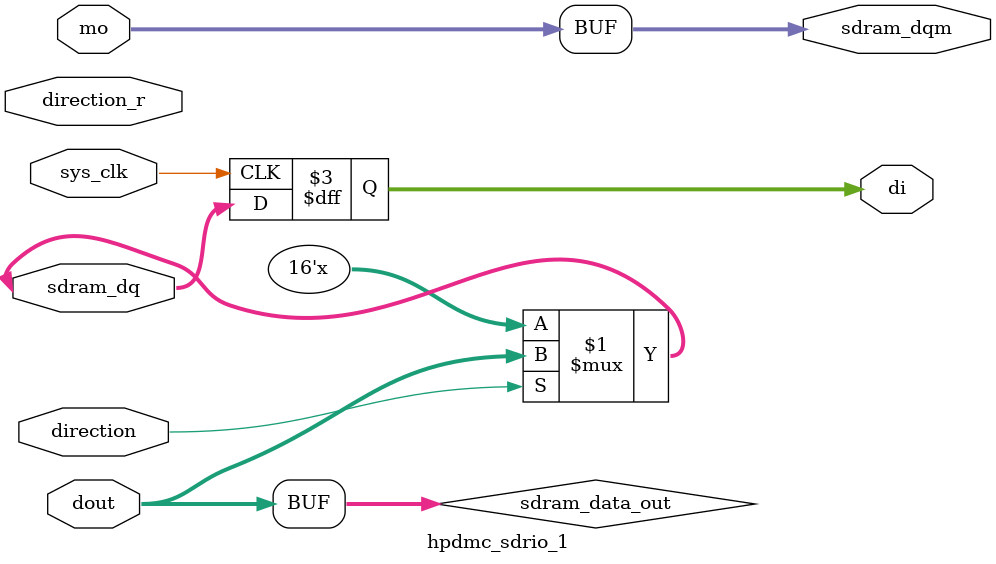
<source format=v>
module hpdmc_sdrio_1(
	input             sys_clk,
	input             direction,
	input             direction_r,
	input      [ 1:0] mo,
	input      [15:0] dout,
	output reg [15:0] di,
	output     [ 1:0] sdram_dqm,
	inout      [15:0] sdram_dq
);
wire [15:0] sdram_data_out;
assign sdram_dq = direction ? sdram_data_out : 16'hzzzz;
assign sdram_dqm      = mo;
assign sdram_data_out = dout;
 always @(posedge sys_clk) di <= sdram_dq;
endmodule
</source>
